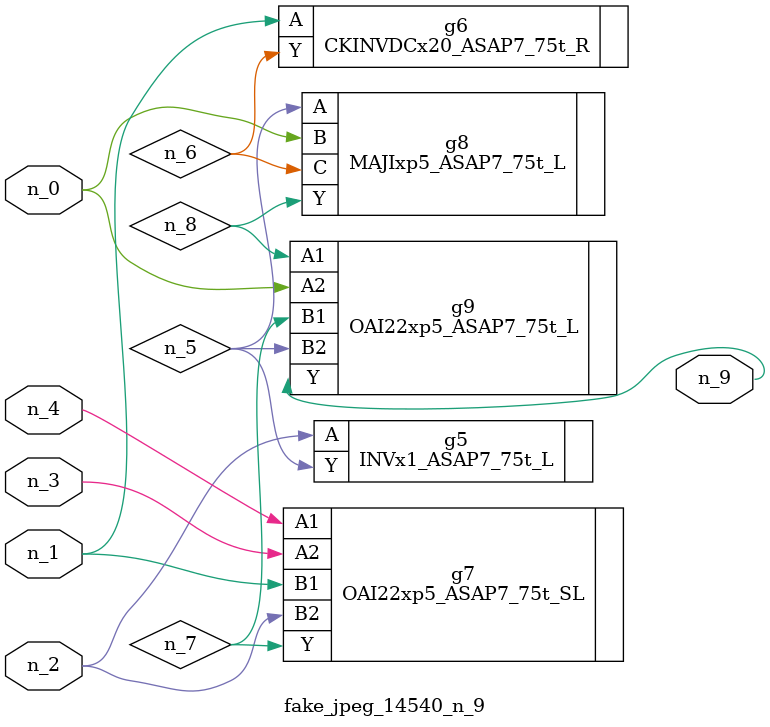
<source format=v>
module fake_jpeg_14540_n_9 (n_3, n_2, n_1, n_0, n_4, n_9);

input n_3;
input n_2;
input n_1;
input n_0;
input n_4;

output n_9;

wire n_8;
wire n_6;
wire n_5;
wire n_7;

INVx1_ASAP7_75t_L g5 ( 
.A(n_2),
.Y(n_5)
);

CKINVDCx20_ASAP7_75t_R g6 ( 
.A(n_1),
.Y(n_6)
);

OAI22xp5_ASAP7_75t_SL g7 ( 
.A1(n_4),
.A2(n_3),
.B1(n_1),
.B2(n_2),
.Y(n_7)
);

MAJIxp5_ASAP7_75t_L g8 ( 
.A(n_5),
.B(n_0),
.C(n_6),
.Y(n_8)
);

OAI22xp5_ASAP7_75t_L g9 ( 
.A1(n_8),
.A2(n_0),
.B1(n_7),
.B2(n_5),
.Y(n_9)
);


endmodule
</source>
